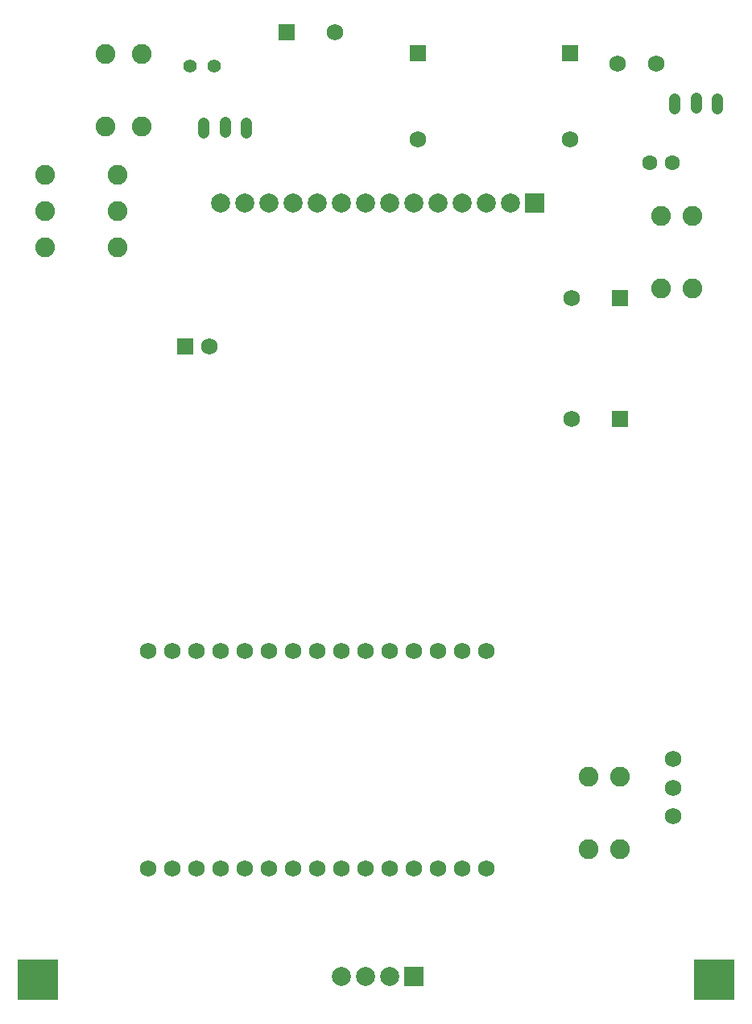
<source format=gbs>
G04 Layer: BottomSolderMaskLayer*
G04 EasyEDA v6.2.34, 2019-08-10T09:13:35--4:00*
G04 cec1feb412d9436ebb02216d70db0232,603e5982b1a64880906022400fb7a34d,10*
G04 Gerber Generator version 0.2*
G04 Scale: 100 percent, Rotated: No, Reflected: No *
G04 Dimensions in millimeters *
G04 leading zeros omitted , absolute positions ,3 integer and 3 decimal *
%FSLAX33Y33*%
%MOMM*%
G90*
G71D02*

%ADD30C,1.203198*%
%ADD31R,1.727200X1.727200*%
%ADD32C,1.727200*%
%ADD33C,2.003196*%
%ADD35C,2.082800*%
%ADD36C,1.397000*%
%ADD37C,1.603248*%
%ADD38R,4.203192X4.203192*%

%LPD*%
G54D30*
G01X19177Y106377D02*
G01X19177Y105377D01*
G01X21463Y106402D02*
G01X21463Y105402D01*
G01X23723Y106377D02*
G01X23723Y105377D01*
G01X68707Y108917D02*
G01X68707Y107917D01*
G01X70993Y108942D02*
G01X70993Y107942D01*
G01X73253Y108917D02*
G01X73253Y107917D01*
G54D38*
G01X72898Y16367D03*
G01X1778Y16367D03*
G54D31*
G01X57706Y113697D03*
G54D32*
G01X57706Y104698D03*
G54D31*
G01X41706Y113697D03*
G54D32*
G01X41706Y104698D03*
G01X13335Y50911D03*
G01X15872Y50909D03*
G01X18412Y50909D03*
G01X20952Y50909D03*
G01X23492Y50909D03*
G01X26032Y50909D03*
G01X28572Y50909D03*
G01X31112Y50909D03*
G01X33652Y50909D03*
G01X36192Y50909D03*
G01X38732Y50909D03*
G01X41272Y50909D03*
G01X43812Y50909D03*
G01X46352Y50909D03*
G01X48892Y50909D03*
G01X48892Y28049D03*
G01X46352Y28049D03*
G01X43812Y28049D03*
G01X41272Y28049D03*
G01X38732Y28049D03*
G01X36192Y28049D03*
G01X33652Y28049D03*
G01X31112Y28049D03*
G01X28572Y28049D03*
G01X26032Y28049D03*
G01X23492Y28049D03*
G01X20952Y28049D03*
G01X18412Y28049D03*
G01X15872Y28049D03*
G01X13332Y28049D03*
G54D31*
G01X17272Y82915D03*
G54D32*
G01X19812Y82915D03*
G54D31*
G01X62992Y75295D03*
G54D32*
G01X57912Y75295D03*
G54D31*
G01X62992Y87995D03*
G54D32*
G01X57912Y87995D03*
G54D33*
G01X20979Y98000D03*
G01X23519Y98000D03*
G01X26059Y98000D03*
G01X28599Y98000D03*
G01X31139Y98000D03*
G01X33679Y98000D03*
G01X36219Y98000D03*
G01X38759Y98000D03*
G01X41299Y98000D03*
G01X43839Y98000D03*
G01X46379Y98000D03*
G01X48919Y98000D03*
G01X51459Y98000D03*
G36*
G01X52999Y96997D02*
G01X52999Y99001D01*
G01X55001Y99001D01*
G01X55001Y96997D01*
G01X52999Y96997D01*
G37*
G01X33679Y16720D03*
G01X36219Y16720D03*
G01X38759Y16720D03*
G36*
G01X40299Y15717D02*
G01X40299Y17721D01*
G01X42301Y17721D01*
G01X42301Y15717D01*
G01X40299Y15717D01*
G37*
G54D31*
G01X27940Y115935D03*
G54D32*
G01X33020Y115935D03*
G54D35*
G01X8890Y106029D03*
G01X8890Y113649D03*
G01X12700Y106029D03*
G01X12700Y113649D03*
G01X62992Y30083D03*
G01X62992Y37703D03*
G01X59690Y30083D03*
G01X59690Y37703D03*
G54D36*
G01X17780Y112379D03*
G01X20320Y112379D03*
G54D35*
G01X2540Y100949D03*
G01X10160Y100949D03*
G01X2540Y97139D03*
G01X10160Y97139D03*
G01X2540Y93329D03*
G01X10160Y93329D03*
G54D32*
G01X62771Y112633D03*
G01X66768Y112633D03*
G54D37*
G01X68513Y102217D03*
G01X66111Y102217D03*
G54D35*
G01X67310Y89011D03*
G01X67310Y96631D03*
G54D32*
G01X68580Y39529D03*
G01X68580Y36530D03*
G01X68580Y33530D03*
G54D35*
G01X70612Y96631D03*
G01X70612Y89011D03*
M00*
M02*

</source>
